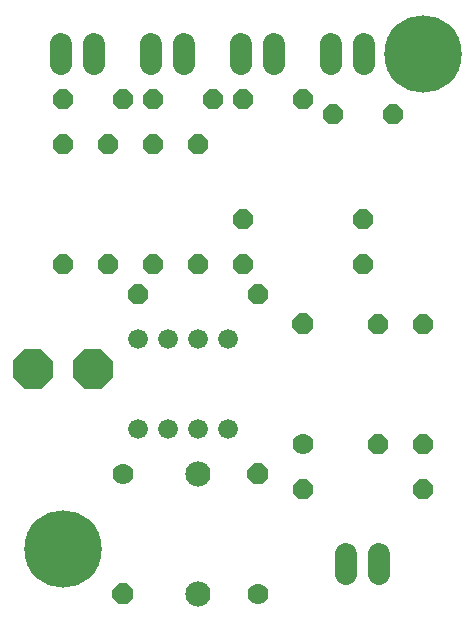
<source format=gbr>
G04 EAGLE Gerber RS-274X export*
G75*
%MOMM*%
%FSLAX34Y34*%
%LPD*%
%INSoldermask Top*%
%IPPOS*%
%AMOC8*
5,1,8,0,0,1.08239X$1,22.5*%
G01*
%ADD10C,1.778000*%
%ADD11P,1.924489X8X112.500000*%
%ADD12P,1.924489X8X292.500000*%
%ADD13P,1.814519X8X22.500000*%
%ADD14C,2.133600*%
%ADD15P,3.629037X8X292.500000*%
%ADD16C,1.676400*%
%ADD17C,1.879600*%
%ADD18P,1.814519X8X112.500000*%
%ADD19P,1.814519X8X292.500000*%
%ADD20P,1.814519X8X202.500000*%
%ADD21C,6.553200*%


D10*
X215900Y25400D03*
D11*
X215900Y127000D03*
D10*
X101600Y127000D03*
D12*
X101600Y25400D03*
D13*
X50800Y444500D03*
X101600Y444500D03*
X127000Y444500D03*
X177800Y444500D03*
X203200Y444500D03*
X254000Y444500D03*
X279400Y431800D03*
X330200Y431800D03*
D10*
X254000Y152400D03*
D11*
X254000Y254000D03*
D14*
X165100Y127000D03*
X165100Y25400D03*
D15*
X25400Y215900D03*
X76200Y215900D03*
D16*
X114300Y165100D03*
X139700Y165100D03*
X139700Y241300D03*
X114300Y241300D03*
X165100Y165100D03*
X190500Y165100D03*
X165100Y241300D03*
X190500Y241300D03*
D17*
X49530Y474218D02*
X49530Y490982D01*
X77470Y490982D02*
X77470Y474218D01*
X125730Y474218D02*
X125730Y490982D01*
X153670Y490982D02*
X153670Y474218D01*
X201930Y474218D02*
X201930Y490982D01*
X229870Y490982D02*
X229870Y474218D01*
X278130Y474218D02*
X278130Y490982D01*
X306070Y490982D02*
X306070Y474218D01*
X290830Y59182D02*
X290830Y42418D01*
X318770Y42418D02*
X318770Y59182D01*
D18*
X317500Y152400D03*
X317500Y254000D03*
X355600Y152400D03*
X355600Y254000D03*
D19*
X50800Y406400D03*
X50800Y304800D03*
X88900Y406400D03*
X88900Y304800D03*
X127000Y406400D03*
X127000Y304800D03*
X165100Y406400D03*
X165100Y304800D03*
D13*
X254000Y114300D03*
X355600Y114300D03*
X203200Y342900D03*
X304800Y342900D03*
D20*
X304800Y304800D03*
X203200Y304800D03*
X215900Y279400D03*
X114300Y279400D03*
D21*
X50800Y63500D03*
X355600Y482600D03*
M02*

</source>
